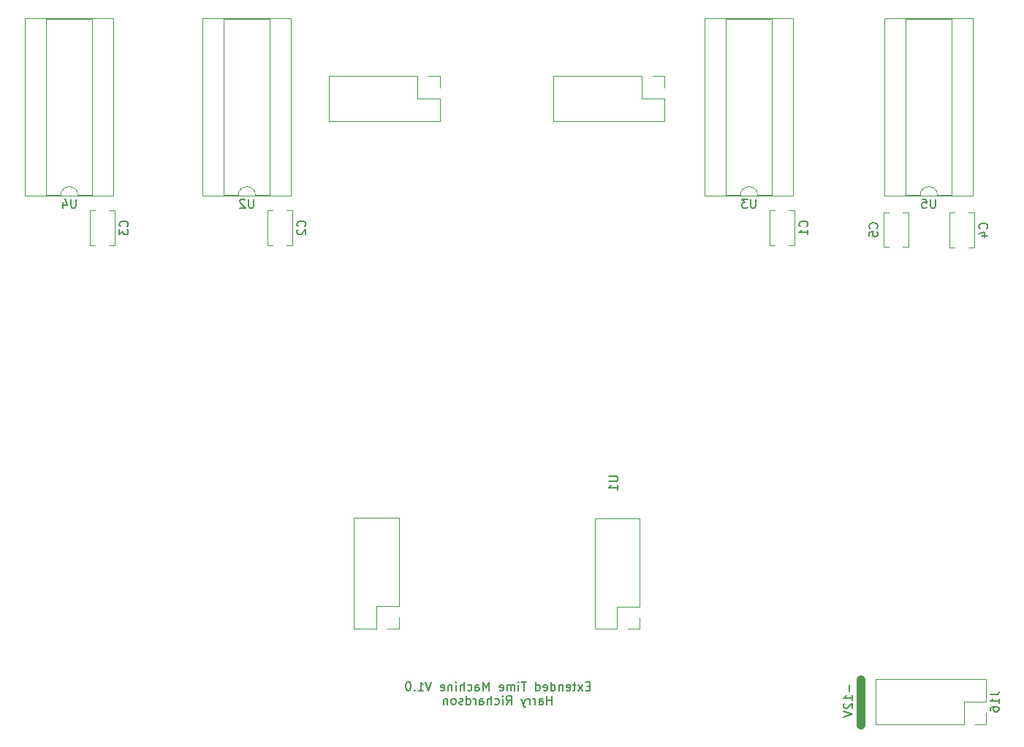
<source format=gbr>
G04 #@! TF.GenerationSoftware,KiCad,Pcbnew,8.0.5*
G04 #@! TF.CreationDate,2025-03-10T19:08:07-07:00*
G04 #@! TF.ProjectId,Tap-O-Matic,5461702d-4f2d-44d6-9174-69632e6b6963,rev?*
G04 #@! TF.SameCoordinates,Original*
G04 #@! TF.FileFunction,Legend,Bot*
G04 #@! TF.FilePolarity,Positive*
%FSLAX46Y46*%
G04 Gerber Fmt 4.6, Leading zero omitted, Abs format (unit mm)*
G04 Created by KiCad (PCBNEW 8.0.5) date 2025-03-10 19:08:07*
%MOMM*%
%LPD*%
G01*
G04 APERTURE LIST*
%ADD10C,1.000000*%
%ADD11C,0.150000*%
%ADD12C,0.120000*%
G04 APERTURE END LIST*
D10*
X102417880Y6146800D02*
X102417880Y11353800D01*
D11*
X101003306Y10748424D02*
X101003306Y9986520D01*
X101384259Y8986520D02*
X101384259Y9557948D01*
X101384259Y9272234D02*
X100384259Y9272234D01*
X100384259Y9272234D02*
X100527116Y9367472D01*
X100527116Y9367472D02*
X100622354Y9462710D01*
X100622354Y9462710D02*
X100669973Y9557948D01*
X100479497Y8605567D02*
X100431878Y8557948D01*
X100431878Y8557948D02*
X100384259Y8462710D01*
X100384259Y8462710D02*
X100384259Y8224615D01*
X100384259Y8224615D02*
X100431878Y8129377D01*
X100431878Y8129377D02*
X100479497Y8081758D01*
X100479497Y8081758D02*
X100574735Y8034139D01*
X100574735Y8034139D02*
X100669973Y8034139D01*
X100669973Y8034139D02*
X100812830Y8081758D01*
X100812830Y8081758D02*
X101384259Y8653186D01*
X101384259Y8653186D02*
X101384259Y8034139D01*
X100384259Y7748424D02*
X101384259Y7415091D01*
X101384259Y7415091D02*
X100384259Y7081758D01*
X70944047Y10652962D02*
X70610714Y10652962D01*
X70467857Y10129152D02*
X70944047Y10129152D01*
X70944047Y10129152D02*
X70944047Y11129152D01*
X70944047Y11129152D02*
X70467857Y11129152D01*
X70134523Y10129152D02*
X69610714Y10795819D01*
X70134523Y10795819D02*
X69610714Y10129152D01*
X69372618Y10795819D02*
X68991666Y10795819D01*
X69229761Y11129152D02*
X69229761Y10272010D01*
X69229761Y10272010D02*
X69182142Y10176772D01*
X69182142Y10176772D02*
X69086904Y10129152D01*
X69086904Y10129152D02*
X68991666Y10129152D01*
X68277380Y10176772D02*
X68372618Y10129152D01*
X68372618Y10129152D02*
X68563094Y10129152D01*
X68563094Y10129152D02*
X68658332Y10176772D01*
X68658332Y10176772D02*
X68705951Y10272010D01*
X68705951Y10272010D02*
X68705951Y10652962D01*
X68705951Y10652962D02*
X68658332Y10748200D01*
X68658332Y10748200D02*
X68563094Y10795819D01*
X68563094Y10795819D02*
X68372618Y10795819D01*
X68372618Y10795819D02*
X68277380Y10748200D01*
X68277380Y10748200D02*
X68229761Y10652962D01*
X68229761Y10652962D02*
X68229761Y10557724D01*
X68229761Y10557724D02*
X68705951Y10462486D01*
X67801189Y10795819D02*
X67801189Y10129152D01*
X67801189Y10700581D02*
X67753570Y10748200D01*
X67753570Y10748200D02*
X67658332Y10795819D01*
X67658332Y10795819D02*
X67515475Y10795819D01*
X67515475Y10795819D02*
X67420237Y10748200D01*
X67420237Y10748200D02*
X67372618Y10652962D01*
X67372618Y10652962D02*
X67372618Y10129152D01*
X66467856Y10129152D02*
X66467856Y11129152D01*
X66467856Y10176772D02*
X66563094Y10129152D01*
X66563094Y10129152D02*
X66753570Y10129152D01*
X66753570Y10129152D02*
X66848808Y10176772D01*
X66848808Y10176772D02*
X66896427Y10224391D01*
X66896427Y10224391D02*
X66944046Y10319629D01*
X66944046Y10319629D02*
X66944046Y10605343D01*
X66944046Y10605343D02*
X66896427Y10700581D01*
X66896427Y10700581D02*
X66848808Y10748200D01*
X66848808Y10748200D02*
X66753570Y10795819D01*
X66753570Y10795819D02*
X66563094Y10795819D01*
X66563094Y10795819D02*
X66467856Y10748200D01*
X65610713Y10176772D02*
X65705951Y10129152D01*
X65705951Y10129152D02*
X65896427Y10129152D01*
X65896427Y10129152D02*
X65991665Y10176772D01*
X65991665Y10176772D02*
X66039284Y10272010D01*
X66039284Y10272010D02*
X66039284Y10652962D01*
X66039284Y10652962D02*
X65991665Y10748200D01*
X65991665Y10748200D02*
X65896427Y10795819D01*
X65896427Y10795819D02*
X65705951Y10795819D01*
X65705951Y10795819D02*
X65610713Y10748200D01*
X65610713Y10748200D02*
X65563094Y10652962D01*
X65563094Y10652962D02*
X65563094Y10557724D01*
X65563094Y10557724D02*
X66039284Y10462486D01*
X64705951Y10129152D02*
X64705951Y11129152D01*
X64705951Y10176772D02*
X64801189Y10129152D01*
X64801189Y10129152D02*
X64991665Y10129152D01*
X64991665Y10129152D02*
X65086903Y10176772D01*
X65086903Y10176772D02*
X65134522Y10224391D01*
X65134522Y10224391D02*
X65182141Y10319629D01*
X65182141Y10319629D02*
X65182141Y10605343D01*
X65182141Y10605343D02*
X65134522Y10700581D01*
X65134522Y10700581D02*
X65086903Y10748200D01*
X65086903Y10748200D02*
X64991665Y10795819D01*
X64991665Y10795819D02*
X64801189Y10795819D01*
X64801189Y10795819D02*
X64705951Y10748200D01*
X63610712Y11129152D02*
X63039284Y11129152D01*
X63324998Y10129152D02*
X63324998Y11129152D01*
X62705950Y10129152D02*
X62705950Y10795819D01*
X62705950Y11129152D02*
X62753569Y11081533D01*
X62753569Y11081533D02*
X62705950Y11033914D01*
X62705950Y11033914D02*
X62658331Y11081533D01*
X62658331Y11081533D02*
X62705950Y11129152D01*
X62705950Y11129152D02*
X62705950Y11033914D01*
X62229760Y10129152D02*
X62229760Y10795819D01*
X62229760Y10700581D02*
X62182141Y10748200D01*
X62182141Y10748200D02*
X62086903Y10795819D01*
X62086903Y10795819D02*
X61944046Y10795819D01*
X61944046Y10795819D02*
X61848808Y10748200D01*
X61848808Y10748200D02*
X61801189Y10652962D01*
X61801189Y10652962D02*
X61801189Y10129152D01*
X61801189Y10652962D02*
X61753570Y10748200D01*
X61753570Y10748200D02*
X61658332Y10795819D01*
X61658332Y10795819D02*
X61515475Y10795819D01*
X61515475Y10795819D02*
X61420236Y10748200D01*
X61420236Y10748200D02*
X61372617Y10652962D01*
X61372617Y10652962D02*
X61372617Y10129152D01*
X60515475Y10176772D02*
X60610713Y10129152D01*
X60610713Y10129152D02*
X60801189Y10129152D01*
X60801189Y10129152D02*
X60896427Y10176772D01*
X60896427Y10176772D02*
X60944046Y10272010D01*
X60944046Y10272010D02*
X60944046Y10652962D01*
X60944046Y10652962D02*
X60896427Y10748200D01*
X60896427Y10748200D02*
X60801189Y10795819D01*
X60801189Y10795819D02*
X60610713Y10795819D01*
X60610713Y10795819D02*
X60515475Y10748200D01*
X60515475Y10748200D02*
X60467856Y10652962D01*
X60467856Y10652962D02*
X60467856Y10557724D01*
X60467856Y10557724D02*
X60944046Y10462486D01*
X59277379Y10129152D02*
X59277379Y11129152D01*
X59277379Y11129152D02*
X58944046Y10414867D01*
X58944046Y10414867D02*
X58610713Y11129152D01*
X58610713Y11129152D02*
X58610713Y10129152D01*
X57705951Y10129152D02*
X57705951Y10652962D01*
X57705951Y10652962D02*
X57753570Y10748200D01*
X57753570Y10748200D02*
X57848808Y10795819D01*
X57848808Y10795819D02*
X58039284Y10795819D01*
X58039284Y10795819D02*
X58134522Y10748200D01*
X57705951Y10176772D02*
X57801189Y10129152D01*
X57801189Y10129152D02*
X58039284Y10129152D01*
X58039284Y10129152D02*
X58134522Y10176772D01*
X58134522Y10176772D02*
X58182141Y10272010D01*
X58182141Y10272010D02*
X58182141Y10367248D01*
X58182141Y10367248D02*
X58134522Y10462486D01*
X58134522Y10462486D02*
X58039284Y10510105D01*
X58039284Y10510105D02*
X57801189Y10510105D01*
X57801189Y10510105D02*
X57705951Y10557724D01*
X56801189Y10176772D02*
X56896427Y10129152D01*
X56896427Y10129152D02*
X57086903Y10129152D01*
X57086903Y10129152D02*
X57182141Y10176772D01*
X57182141Y10176772D02*
X57229760Y10224391D01*
X57229760Y10224391D02*
X57277379Y10319629D01*
X57277379Y10319629D02*
X57277379Y10605343D01*
X57277379Y10605343D02*
X57229760Y10700581D01*
X57229760Y10700581D02*
X57182141Y10748200D01*
X57182141Y10748200D02*
X57086903Y10795819D01*
X57086903Y10795819D02*
X56896427Y10795819D01*
X56896427Y10795819D02*
X56801189Y10748200D01*
X56372617Y10129152D02*
X56372617Y11129152D01*
X55944046Y10129152D02*
X55944046Y10652962D01*
X55944046Y10652962D02*
X55991665Y10748200D01*
X55991665Y10748200D02*
X56086903Y10795819D01*
X56086903Y10795819D02*
X56229760Y10795819D01*
X56229760Y10795819D02*
X56324998Y10748200D01*
X56324998Y10748200D02*
X56372617Y10700581D01*
X55467855Y10129152D02*
X55467855Y10795819D01*
X55467855Y11129152D02*
X55515474Y11081533D01*
X55515474Y11081533D02*
X55467855Y11033914D01*
X55467855Y11033914D02*
X55420236Y11081533D01*
X55420236Y11081533D02*
X55467855Y11129152D01*
X55467855Y11129152D02*
X55467855Y11033914D01*
X54991665Y10795819D02*
X54991665Y10129152D01*
X54991665Y10700581D02*
X54944046Y10748200D01*
X54944046Y10748200D02*
X54848808Y10795819D01*
X54848808Y10795819D02*
X54705951Y10795819D01*
X54705951Y10795819D02*
X54610713Y10748200D01*
X54610713Y10748200D02*
X54563094Y10652962D01*
X54563094Y10652962D02*
X54563094Y10129152D01*
X53705951Y10176772D02*
X53801189Y10129152D01*
X53801189Y10129152D02*
X53991665Y10129152D01*
X53991665Y10129152D02*
X54086903Y10176772D01*
X54086903Y10176772D02*
X54134522Y10272010D01*
X54134522Y10272010D02*
X54134522Y10652962D01*
X54134522Y10652962D02*
X54086903Y10748200D01*
X54086903Y10748200D02*
X53991665Y10795819D01*
X53991665Y10795819D02*
X53801189Y10795819D01*
X53801189Y10795819D02*
X53705951Y10748200D01*
X53705951Y10748200D02*
X53658332Y10652962D01*
X53658332Y10652962D02*
X53658332Y10557724D01*
X53658332Y10557724D02*
X54134522Y10462486D01*
X52610712Y11129152D02*
X52277379Y10129152D01*
X52277379Y10129152D02*
X51944046Y11129152D01*
X51086903Y10129152D02*
X51658331Y10129152D01*
X51372617Y10129152D02*
X51372617Y11129152D01*
X51372617Y11129152D02*
X51467855Y10986295D01*
X51467855Y10986295D02*
X51563093Y10891057D01*
X51563093Y10891057D02*
X51658331Y10843438D01*
X50658331Y10224391D02*
X50610712Y10176772D01*
X50610712Y10176772D02*
X50658331Y10129152D01*
X50658331Y10129152D02*
X50705950Y10176772D01*
X50705950Y10176772D02*
X50658331Y10224391D01*
X50658331Y10224391D02*
X50658331Y10129152D01*
X49991665Y11129152D02*
X49896427Y11129152D01*
X49896427Y11129152D02*
X49801189Y11081533D01*
X49801189Y11081533D02*
X49753570Y11033914D01*
X49753570Y11033914D02*
X49705951Y10938676D01*
X49705951Y10938676D02*
X49658332Y10748200D01*
X49658332Y10748200D02*
X49658332Y10510105D01*
X49658332Y10510105D02*
X49705951Y10319629D01*
X49705951Y10319629D02*
X49753570Y10224391D01*
X49753570Y10224391D02*
X49801189Y10176772D01*
X49801189Y10176772D02*
X49896427Y10129152D01*
X49896427Y10129152D02*
X49991665Y10129152D01*
X49991665Y10129152D02*
X50086903Y10176772D01*
X50086903Y10176772D02*
X50134522Y10224391D01*
X50134522Y10224391D02*
X50182141Y10319629D01*
X50182141Y10319629D02*
X50229760Y10510105D01*
X50229760Y10510105D02*
X50229760Y10748200D01*
X50229760Y10748200D02*
X50182141Y10938676D01*
X50182141Y10938676D02*
X50134522Y11033914D01*
X50134522Y11033914D02*
X50086903Y11081533D01*
X50086903Y11081533D02*
X49991665Y11129152D01*
X66586905Y8519208D02*
X66586905Y9519208D01*
X66586905Y9043018D02*
X66015477Y9043018D01*
X66015477Y8519208D02*
X66015477Y9519208D01*
X65110715Y8519208D02*
X65110715Y9043018D01*
X65110715Y9043018D02*
X65158334Y9138256D01*
X65158334Y9138256D02*
X65253572Y9185875D01*
X65253572Y9185875D02*
X65444048Y9185875D01*
X65444048Y9185875D02*
X65539286Y9138256D01*
X65110715Y8566828D02*
X65205953Y8519208D01*
X65205953Y8519208D02*
X65444048Y8519208D01*
X65444048Y8519208D02*
X65539286Y8566828D01*
X65539286Y8566828D02*
X65586905Y8662066D01*
X65586905Y8662066D02*
X65586905Y8757304D01*
X65586905Y8757304D02*
X65539286Y8852542D01*
X65539286Y8852542D02*
X65444048Y8900161D01*
X65444048Y8900161D02*
X65205953Y8900161D01*
X65205953Y8900161D02*
X65110715Y8947780D01*
X64634524Y8519208D02*
X64634524Y9185875D01*
X64634524Y8995399D02*
X64586905Y9090637D01*
X64586905Y9090637D02*
X64539286Y9138256D01*
X64539286Y9138256D02*
X64444048Y9185875D01*
X64444048Y9185875D02*
X64348810Y9185875D01*
X64015476Y8519208D02*
X64015476Y9185875D01*
X64015476Y8995399D02*
X63967857Y9090637D01*
X63967857Y9090637D02*
X63920238Y9138256D01*
X63920238Y9138256D02*
X63825000Y9185875D01*
X63825000Y9185875D02*
X63729762Y9185875D01*
X63491666Y9185875D02*
X63253571Y8519208D01*
X63015476Y9185875D02*
X63253571Y8519208D01*
X63253571Y8519208D02*
X63348809Y8281113D01*
X63348809Y8281113D02*
X63396428Y8233494D01*
X63396428Y8233494D02*
X63491666Y8185875D01*
X61301190Y8519208D02*
X61634523Y8995399D01*
X61872618Y8519208D02*
X61872618Y9519208D01*
X61872618Y9519208D02*
X61491666Y9519208D01*
X61491666Y9519208D02*
X61396428Y9471589D01*
X61396428Y9471589D02*
X61348809Y9423970D01*
X61348809Y9423970D02*
X61301190Y9328732D01*
X61301190Y9328732D02*
X61301190Y9185875D01*
X61301190Y9185875D02*
X61348809Y9090637D01*
X61348809Y9090637D02*
X61396428Y9043018D01*
X61396428Y9043018D02*
X61491666Y8995399D01*
X61491666Y8995399D02*
X61872618Y8995399D01*
X60872618Y8519208D02*
X60872618Y9185875D01*
X60872618Y9519208D02*
X60920237Y9471589D01*
X60920237Y9471589D02*
X60872618Y9423970D01*
X60872618Y9423970D02*
X60824999Y9471589D01*
X60824999Y9471589D02*
X60872618Y9519208D01*
X60872618Y9519208D02*
X60872618Y9423970D01*
X59967857Y8566828D02*
X60063095Y8519208D01*
X60063095Y8519208D02*
X60253571Y8519208D01*
X60253571Y8519208D02*
X60348809Y8566828D01*
X60348809Y8566828D02*
X60396428Y8614447D01*
X60396428Y8614447D02*
X60444047Y8709685D01*
X60444047Y8709685D02*
X60444047Y8995399D01*
X60444047Y8995399D02*
X60396428Y9090637D01*
X60396428Y9090637D02*
X60348809Y9138256D01*
X60348809Y9138256D02*
X60253571Y9185875D01*
X60253571Y9185875D02*
X60063095Y9185875D01*
X60063095Y9185875D02*
X59967857Y9138256D01*
X59539285Y8519208D02*
X59539285Y9519208D01*
X59110714Y8519208D02*
X59110714Y9043018D01*
X59110714Y9043018D02*
X59158333Y9138256D01*
X59158333Y9138256D02*
X59253571Y9185875D01*
X59253571Y9185875D02*
X59396428Y9185875D01*
X59396428Y9185875D02*
X59491666Y9138256D01*
X59491666Y9138256D02*
X59539285Y9090637D01*
X58205952Y8519208D02*
X58205952Y9043018D01*
X58205952Y9043018D02*
X58253571Y9138256D01*
X58253571Y9138256D02*
X58348809Y9185875D01*
X58348809Y9185875D02*
X58539285Y9185875D01*
X58539285Y9185875D02*
X58634523Y9138256D01*
X58205952Y8566828D02*
X58301190Y8519208D01*
X58301190Y8519208D02*
X58539285Y8519208D01*
X58539285Y8519208D02*
X58634523Y8566828D01*
X58634523Y8566828D02*
X58682142Y8662066D01*
X58682142Y8662066D02*
X58682142Y8757304D01*
X58682142Y8757304D02*
X58634523Y8852542D01*
X58634523Y8852542D02*
X58539285Y8900161D01*
X58539285Y8900161D02*
X58301190Y8900161D01*
X58301190Y8900161D02*
X58205952Y8947780D01*
X57729761Y8519208D02*
X57729761Y9185875D01*
X57729761Y8995399D02*
X57682142Y9090637D01*
X57682142Y9090637D02*
X57634523Y9138256D01*
X57634523Y9138256D02*
X57539285Y9185875D01*
X57539285Y9185875D02*
X57444047Y9185875D01*
X56682142Y8519208D02*
X56682142Y9519208D01*
X56682142Y8566828D02*
X56777380Y8519208D01*
X56777380Y8519208D02*
X56967856Y8519208D01*
X56967856Y8519208D02*
X57063094Y8566828D01*
X57063094Y8566828D02*
X57110713Y8614447D01*
X57110713Y8614447D02*
X57158332Y8709685D01*
X57158332Y8709685D02*
X57158332Y8995399D01*
X57158332Y8995399D02*
X57110713Y9090637D01*
X57110713Y9090637D02*
X57063094Y9138256D01*
X57063094Y9138256D02*
X56967856Y9185875D01*
X56967856Y9185875D02*
X56777380Y9185875D01*
X56777380Y9185875D02*
X56682142Y9138256D01*
X56253570Y8566828D02*
X56158332Y8519208D01*
X56158332Y8519208D02*
X55967856Y8519208D01*
X55967856Y8519208D02*
X55872618Y8566828D01*
X55872618Y8566828D02*
X55824999Y8662066D01*
X55824999Y8662066D02*
X55824999Y8709685D01*
X55824999Y8709685D02*
X55872618Y8804923D01*
X55872618Y8804923D02*
X55967856Y8852542D01*
X55967856Y8852542D02*
X56110713Y8852542D01*
X56110713Y8852542D02*
X56205951Y8900161D01*
X56205951Y8900161D02*
X56253570Y8995399D01*
X56253570Y8995399D02*
X56253570Y9043018D01*
X56253570Y9043018D02*
X56205951Y9138256D01*
X56205951Y9138256D02*
X56110713Y9185875D01*
X56110713Y9185875D02*
X55967856Y9185875D01*
X55967856Y9185875D02*
X55872618Y9138256D01*
X55253570Y8519208D02*
X55348808Y8566828D01*
X55348808Y8566828D02*
X55396427Y8614447D01*
X55396427Y8614447D02*
X55444046Y8709685D01*
X55444046Y8709685D02*
X55444046Y8995399D01*
X55444046Y8995399D02*
X55396427Y9090637D01*
X55396427Y9090637D02*
X55348808Y9138256D01*
X55348808Y9138256D02*
X55253570Y9185875D01*
X55253570Y9185875D02*
X55110713Y9185875D01*
X55110713Y9185875D02*
X55015475Y9138256D01*
X55015475Y9138256D02*
X54967856Y9090637D01*
X54967856Y9090637D02*
X54920237Y8995399D01*
X54920237Y8995399D02*
X54920237Y8709685D01*
X54920237Y8709685D02*
X54967856Y8614447D01*
X54967856Y8614447D02*
X55015475Y8566828D01*
X55015475Y8566828D02*
X55110713Y8519208D01*
X55110713Y8519208D02*
X55253570Y8519208D01*
X54491665Y9185875D02*
X54491665Y8519208D01*
X54491665Y9090637D02*
X54444046Y9138256D01*
X54444046Y9138256D02*
X54348808Y9185875D01*
X54348808Y9185875D02*
X54205951Y9185875D01*
X54205951Y9185875D02*
X54110713Y9138256D01*
X54110713Y9138256D02*
X54063094Y9043018D01*
X54063094Y9043018D02*
X54063094Y8519208D01*
X73202819Y34965304D02*
X74012342Y34965304D01*
X74012342Y34965304D02*
X74107580Y34917685D01*
X74107580Y34917685D02*
X74155200Y34870066D01*
X74155200Y34870066D02*
X74202819Y34774828D01*
X74202819Y34774828D02*
X74202819Y34584352D01*
X74202819Y34584352D02*
X74155200Y34489114D01*
X74155200Y34489114D02*
X74107580Y34441495D01*
X74107580Y34441495D02*
X74012342Y34393876D01*
X74012342Y34393876D02*
X73202819Y34393876D01*
X74202819Y33393876D02*
X74202819Y33965304D01*
X74202819Y33679590D02*
X73202819Y33679590D01*
X73202819Y33679590D02*
X73345676Y33774828D01*
X73345676Y33774828D02*
X73440914Y33870066D01*
X73440914Y33870066D02*
X73488533Y33965304D01*
X104235580Y63737466D02*
X104283200Y63785085D01*
X104283200Y63785085D02*
X104330819Y63927942D01*
X104330819Y63927942D02*
X104330819Y64023180D01*
X104330819Y64023180D02*
X104283200Y64166037D01*
X104283200Y64166037D02*
X104187961Y64261275D01*
X104187961Y64261275D02*
X104092723Y64308894D01*
X104092723Y64308894D02*
X103902247Y64356513D01*
X103902247Y64356513D02*
X103759390Y64356513D01*
X103759390Y64356513D02*
X103568914Y64308894D01*
X103568914Y64308894D02*
X103473676Y64261275D01*
X103473676Y64261275D02*
X103378438Y64166037D01*
X103378438Y64166037D02*
X103330819Y64023180D01*
X103330819Y64023180D02*
X103330819Y63927942D01*
X103330819Y63927942D02*
X103378438Y63785085D01*
X103378438Y63785085D02*
X103426057Y63737466D01*
X103330819Y62832704D02*
X103330819Y63308894D01*
X103330819Y63308894D02*
X103807009Y63356513D01*
X103807009Y63356513D02*
X103759390Y63308894D01*
X103759390Y63308894D02*
X103711771Y63213656D01*
X103711771Y63213656D02*
X103711771Y62975561D01*
X103711771Y62975561D02*
X103759390Y62880323D01*
X103759390Y62880323D02*
X103807009Y62832704D01*
X103807009Y62832704D02*
X103902247Y62785085D01*
X103902247Y62785085D02*
X104140342Y62785085D01*
X104140342Y62785085D02*
X104235580Y62832704D01*
X104235580Y62832704D02*
X104283200Y62880323D01*
X104283200Y62880323D02*
X104330819Y62975561D01*
X104330819Y62975561D02*
X104330819Y63213656D01*
X104330819Y63213656D02*
X104283200Y63308894D01*
X104283200Y63308894D02*
X104235580Y63356513D01*
X116955580Y63697466D02*
X117003200Y63745085D01*
X117003200Y63745085D02*
X117050819Y63887942D01*
X117050819Y63887942D02*
X117050819Y63983180D01*
X117050819Y63983180D02*
X117003200Y64126037D01*
X117003200Y64126037D02*
X116907961Y64221275D01*
X116907961Y64221275D02*
X116812723Y64268894D01*
X116812723Y64268894D02*
X116622247Y64316513D01*
X116622247Y64316513D02*
X116479390Y64316513D01*
X116479390Y64316513D02*
X116288914Y64268894D01*
X116288914Y64268894D02*
X116193676Y64221275D01*
X116193676Y64221275D02*
X116098438Y64126037D01*
X116098438Y64126037D02*
X116050819Y63983180D01*
X116050819Y63983180D02*
X116050819Y63887942D01*
X116050819Y63887942D02*
X116098438Y63745085D01*
X116098438Y63745085D02*
X116146057Y63697466D01*
X116384152Y62840323D02*
X117050819Y62840323D01*
X116003200Y63078418D02*
X116717485Y63316513D01*
X116717485Y63316513D02*
X116717485Y62697466D01*
X17387580Y63951466D02*
X17435200Y63999085D01*
X17435200Y63999085D02*
X17482819Y64141942D01*
X17482819Y64141942D02*
X17482819Y64237180D01*
X17482819Y64237180D02*
X17435200Y64380037D01*
X17435200Y64380037D02*
X17339961Y64475275D01*
X17339961Y64475275D02*
X17244723Y64522894D01*
X17244723Y64522894D02*
X17054247Y64570513D01*
X17054247Y64570513D02*
X16911390Y64570513D01*
X16911390Y64570513D02*
X16720914Y64522894D01*
X16720914Y64522894D02*
X16625676Y64475275D01*
X16625676Y64475275D02*
X16530438Y64380037D01*
X16530438Y64380037D02*
X16482819Y64237180D01*
X16482819Y64237180D02*
X16482819Y64141942D01*
X16482819Y64141942D02*
X16530438Y63999085D01*
X16530438Y63999085D02*
X16578057Y63951466D01*
X16482819Y63618132D02*
X16482819Y62999085D01*
X16482819Y62999085D02*
X16863771Y63332418D01*
X16863771Y63332418D02*
X16863771Y63189561D01*
X16863771Y63189561D02*
X16911390Y63094323D01*
X16911390Y63094323D02*
X16959009Y63046704D01*
X16959009Y63046704D02*
X17054247Y62999085D01*
X17054247Y62999085D02*
X17292342Y62999085D01*
X17292342Y62999085D02*
X17387580Y63046704D01*
X17387580Y63046704D02*
X17435200Y63094323D01*
X17435200Y63094323D02*
X17482819Y63189561D01*
X17482819Y63189561D02*
X17482819Y63475275D01*
X17482819Y63475275D02*
X17435200Y63570513D01*
X17435200Y63570513D02*
X17387580Y63618132D01*
X37961580Y63951466D02*
X38009200Y63999085D01*
X38009200Y63999085D02*
X38056819Y64141942D01*
X38056819Y64141942D02*
X38056819Y64237180D01*
X38056819Y64237180D02*
X38009200Y64380037D01*
X38009200Y64380037D02*
X37913961Y64475275D01*
X37913961Y64475275D02*
X37818723Y64522894D01*
X37818723Y64522894D02*
X37628247Y64570513D01*
X37628247Y64570513D02*
X37485390Y64570513D01*
X37485390Y64570513D02*
X37294914Y64522894D01*
X37294914Y64522894D02*
X37199676Y64475275D01*
X37199676Y64475275D02*
X37104438Y64380037D01*
X37104438Y64380037D02*
X37056819Y64237180D01*
X37056819Y64237180D02*
X37056819Y64141942D01*
X37056819Y64141942D02*
X37104438Y63999085D01*
X37104438Y63999085D02*
X37152057Y63951466D01*
X37152057Y63570513D02*
X37104438Y63522894D01*
X37104438Y63522894D02*
X37056819Y63427656D01*
X37056819Y63427656D02*
X37056819Y63189561D01*
X37056819Y63189561D02*
X37104438Y63094323D01*
X37104438Y63094323D02*
X37152057Y63046704D01*
X37152057Y63046704D02*
X37247295Y62999085D01*
X37247295Y62999085D02*
X37342533Y62999085D01*
X37342533Y62999085D02*
X37485390Y63046704D01*
X37485390Y63046704D02*
X38056819Y63618132D01*
X38056819Y63618132D02*
X38056819Y62999085D01*
X96127580Y63951466D02*
X96175200Y63999085D01*
X96175200Y63999085D02*
X96222819Y64141942D01*
X96222819Y64141942D02*
X96222819Y64237180D01*
X96222819Y64237180D02*
X96175200Y64380037D01*
X96175200Y64380037D02*
X96079961Y64475275D01*
X96079961Y64475275D02*
X95984723Y64522894D01*
X95984723Y64522894D02*
X95794247Y64570513D01*
X95794247Y64570513D02*
X95651390Y64570513D01*
X95651390Y64570513D02*
X95460914Y64522894D01*
X95460914Y64522894D02*
X95365676Y64475275D01*
X95365676Y64475275D02*
X95270438Y64380037D01*
X95270438Y64380037D02*
X95222819Y64237180D01*
X95222819Y64237180D02*
X95222819Y64141942D01*
X95222819Y64141942D02*
X95270438Y63999085D01*
X95270438Y63999085D02*
X95318057Y63951466D01*
X96222819Y62999085D02*
X96222819Y63570513D01*
X96222819Y63284799D02*
X95222819Y63284799D01*
X95222819Y63284799D02*
X95365676Y63380037D01*
X95365676Y63380037D02*
X95460914Y63475275D01*
X95460914Y63475275D02*
X95508533Y63570513D01*
X117344659Y9638563D02*
X118058944Y9638563D01*
X118058944Y9638563D02*
X118201801Y9686182D01*
X118201801Y9686182D02*
X118297040Y9781420D01*
X118297040Y9781420D02*
X118344659Y9924277D01*
X118344659Y9924277D02*
X118344659Y10019515D01*
X118344659Y8638563D02*
X118344659Y9209991D01*
X118344659Y8924277D02*
X117344659Y8924277D01*
X117344659Y8924277D02*
X117487516Y9019515D01*
X117487516Y9019515D02*
X117582754Y9114753D01*
X117582754Y9114753D02*
X117630373Y9209991D01*
X117344659Y7781420D02*
X117344659Y7971896D01*
X117344659Y7971896D02*
X117392278Y8067134D01*
X117392278Y8067134D02*
X117439897Y8114753D01*
X117439897Y8114753D02*
X117582754Y8209991D01*
X117582754Y8209991D02*
X117773230Y8257610D01*
X117773230Y8257610D02*
X118154182Y8257610D01*
X118154182Y8257610D02*
X118249420Y8209991D01*
X118249420Y8209991D02*
X118297040Y8162372D01*
X118297040Y8162372D02*
X118344659Y8067134D01*
X118344659Y8067134D02*
X118344659Y7876658D01*
X118344659Y7876658D02*
X118297040Y7781420D01*
X118297040Y7781420D02*
X118249420Y7733801D01*
X118249420Y7733801D02*
X118154182Y7686182D01*
X118154182Y7686182D02*
X117916087Y7686182D01*
X117916087Y7686182D02*
X117820849Y7733801D01*
X117820849Y7733801D02*
X117773230Y7781420D01*
X117773230Y7781420D02*
X117725611Y7876658D01*
X117725611Y7876658D02*
X117725611Y8067134D01*
X117725611Y8067134D02*
X117773230Y8162372D01*
X117773230Y8162372D02*
X117820849Y8209991D01*
X117820849Y8209991D02*
X117916087Y8257610D01*
X110997904Y67099980D02*
X110997904Y66290457D01*
X110997904Y66290457D02*
X110950285Y66195219D01*
X110950285Y66195219D02*
X110902666Y66147600D01*
X110902666Y66147600D02*
X110807428Y66099980D01*
X110807428Y66099980D02*
X110616952Y66099980D01*
X110616952Y66099980D02*
X110521714Y66147600D01*
X110521714Y66147600D02*
X110474095Y66195219D01*
X110474095Y66195219D02*
X110426476Y66290457D01*
X110426476Y66290457D02*
X110426476Y67099980D01*
X109474095Y67099980D02*
X109950285Y67099980D01*
X109950285Y67099980D02*
X109997904Y66623790D01*
X109997904Y66623790D02*
X109950285Y66671409D01*
X109950285Y66671409D02*
X109855047Y66719028D01*
X109855047Y66719028D02*
X109616952Y66719028D01*
X109616952Y66719028D02*
X109521714Y66671409D01*
X109521714Y66671409D02*
X109474095Y66623790D01*
X109474095Y66623790D02*
X109426476Y66528552D01*
X109426476Y66528552D02*
X109426476Y66290457D01*
X109426476Y66290457D02*
X109474095Y66195219D01*
X109474095Y66195219D02*
X109521714Y66147600D01*
X109521714Y66147600D02*
X109616952Y66099980D01*
X109616952Y66099980D02*
X109855047Y66099980D01*
X109855047Y66099980D02*
X109950285Y66147600D01*
X109950285Y66147600D02*
X109997904Y66195219D01*
X11429904Y67099980D02*
X11429904Y66290457D01*
X11429904Y66290457D02*
X11382285Y66195219D01*
X11382285Y66195219D02*
X11334666Y66147600D01*
X11334666Y66147600D02*
X11239428Y66099980D01*
X11239428Y66099980D02*
X11048952Y66099980D01*
X11048952Y66099980D02*
X10953714Y66147600D01*
X10953714Y66147600D02*
X10906095Y66195219D01*
X10906095Y66195219D02*
X10858476Y66290457D01*
X10858476Y66290457D02*
X10858476Y67099980D01*
X9953714Y66766647D02*
X9953714Y66099980D01*
X10191809Y67147600D02*
X10429904Y66433314D01*
X10429904Y66433314D02*
X9810857Y66433314D01*
X90169904Y67099980D02*
X90169904Y66290457D01*
X90169904Y66290457D02*
X90122285Y66195219D01*
X90122285Y66195219D02*
X90074666Y66147600D01*
X90074666Y66147600D02*
X89979428Y66099980D01*
X89979428Y66099980D02*
X89788952Y66099980D01*
X89788952Y66099980D02*
X89693714Y66147600D01*
X89693714Y66147600D02*
X89646095Y66195219D01*
X89646095Y66195219D02*
X89598476Y66290457D01*
X89598476Y66290457D02*
X89598476Y67099980D01*
X89217523Y67099980D02*
X88598476Y67099980D01*
X88598476Y67099980D02*
X88931809Y66719028D01*
X88931809Y66719028D02*
X88788952Y66719028D01*
X88788952Y66719028D02*
X88693714Y66671409D01*
X88693714Y66671409D02*
X88646095Y66623790D01*
X88646095Y66623790D02*
X88598476Y66528552D01*
X88598476Y66528552D02*
X88598476Y66290457D01*
X88598476Y66290457D02*
X88646095Y66195219D01*
X88646095Y66195219D02*
X88693714Y66147600D01*
X88693714Y66147600D02*
X88788952Y66099980D01*
X88788952Y66099980D02*
X89074666Y66099980D01*
X89074666Y66099980D02*
X89169904Y66147600D01*
X89169904Y66147600D02*
X89217523Y66195219D01*
X32003904Y67099980D02*
X32003904Y66290457D01*
X32003904Y66290457D02*
X31956285Y66195219D01*
X31956285Y66195219D02*
X31908666Y66147600D01*
X31908666Y66147600D02*
X31813428Y66099980D01*
X31813428Y66099980D02*
X31622952Y66099980D01*
X31622952Y66099980D02*
X31527714Y66147600D01*
X31527714Y66147600D02*
X31480095Y66195219D01*
X31480095Y66195219D02*
X31432476Y66290457D01*
X31432476Y66290457D02*
X31432476Y67099980D01*
X31003904Y67004742D02*
X30956285Y67052361D01*
X30956285Y67052361D02*
X30861047Y67099980D01*
X30861047Y67099980D02*
X30622952Y67099980D01*
X30622952Y67099980D02*
X30527714Y67052361D01*
X30527714Y67052361D02*
X30480095Y67004742D01*
X30480095Y67004742D02*
X30432476Y66909504D01*
X30432476Y66909504D02*
X30432476Y66814266D01*
X30432476Y66814266D02*
X30480095Y66671409D01*
X30480095Y66671409D02*
X31051523Y66099980D01*
X31051523Y66099980D02*
X30432476Y66099980D01*
D12*
G04 #@! TO.C,U1*
X48853400Y17339000D02*
X47523400Y17339000D01*
X48853400Y18669000D02*
X48853400Y17339000D01*
X46253400Y17339000D02*
X43653400Y17339000D01*
X46253400Y19939000D02*
X46253400Y17339000D01*
X48853400Y19939000D02*
X46253400Y19939000D01*
X43653400Y17339000D02*
X43653400Y30159000D01*
X48853400Y19939000D02*
X48853400Y30159000D01*
X48853400Y30159000D02*
X43653400Y30159000D01*
X50990800Y81380000D02*
X40770800Y81380000D01*
X40770800Y81380000D02*
X40770800Y76180000D01*
X53590800Y78780000D02*
X53590800Y76180000D01*
X53590800Y81380000D02*
X53590800Y80050000D01*
X50990800Y81380000D02*
X50990800Y78780000D01*
X52260800Y81380000D02*
X53590800Y81380000D01*
X53590800Y76180000D02*
X40770800Y76180000D01*
X50990800Y78780000D02*
X53590800Y78780000D01*
X78257400Y81382800D02*
X79587400Y81382800D01*
X79587400Y78782800D02*
X79587400Y76182800D01*
X76987400Y78782800D02*
X79587400Y78782800D01*
X79587400Y76182800D02*
X66767400Y76182800D01*
X76987400Y81382800D02*
X66767400Y81382800D01*
X66767400Y81382800D02*
X66767400Y76182800D01*
X76987400Y81382800D02*
X76987400Y78782800D01*
X79587400Y81382800D02*
X79587400Y80052800D01*
X76740000Y18594800D02*
X76740000Y17264800D01*
X74140000Y17264800D02*
X71540000Y17264800D01*
X74140000Y19864800D02*
X74140000Y17264800D01*
X71540000Y17264800D02*
X71540000Y30084800D01*
X76740000Y19864800D02*
X76740000Y30084800D01*
X76740000Y30084800D02*
X71540000Y30084800D01*
X76740000Y19864800D02*
X74140000Y19864800D01*
X76740000Y17264800D02*
X75410000Y17264800D01*
G04 #@! TO.C,C5*
X107221000Y61550800D02*
X107846000Y61550800D01*
X105006000Y61550800D02*
X105631000Y61550800D01*
X107221000Y65590800D02*
X107846000Y65590800D01*
X105006000Y65590800D02*
X105631000Y65590800D01*
X107846000Y65590800D02*
X107846000Y61550800D01*
X105006000Y65590800D02*
X105006000Y61550800D01*
G04 #@! TO.C,C4*
X113251000Y65550800D02*
X112626000Y65550800D01*
X115466000Y65550800D02*
X114841000Y65550800D01*
X113251000Y61510800D02*
X112626000Y61510800D01*
X115466000Y61510800D02*
X114841000Y61510800D01*
X112626000Y61510800D02*
X112626000Y65550800D01*
X115466000Y61510800D02*
X115466000Y65550800D01*
G04 #@! TO.C,C3*
X13683000Y65804800D02*
X13058000Y65804800D01*
X15898000Y65804800D02*
X15273000Y65804800D01*
X13683000Y61764800D02*
X13058000Y61764800D01*
X15898000Y61764800D02*
X15273000Y61764800D01*
X13058000Y61764800D02*
X13058000Y65804800D01*
X15898000Y61764800D02*
X15898000Y65804800D01*
G04 #@! TO.C,C2*
X34257000Y65804800D02*
X33632000Y65804800D01*
X36472000Y65804800D02*
X35847000Y65804800D01*
X34257000Y61764800D02*
X33632000Y61764800D01*
X36472000Y61764800D02*
X35847000Y61764800D01*
X33632000Y61764800D02*
X33632000Y65804800D01*
X36472000Y61764800D02*
X36472000Y65804800D01*
G04 #@! TO.C,C1*
X92423000Y65804800D02*
X91798000Y65804800D01*
X94638000Y65804800D02*
X94013000Y65804800D01*
X92423000Y61764800D02*
X91798000Y61764800D01*
X94638000Y61764800D02*
X94013000Y61764800D01*
X91798000Y61764800D02*
X91798000Y65804800D01*
X94638000Y61764800D02*
X94638000Y65804800D01*
G04 #@! TO.C,J16*
X116889840Y6229040D02*
X116889840Y7559040D01*
X115559840Y6229040D02*
X116889840Y6229040D01*
X116889840Y8829040D02*
X116889840Y11429040D01*
X114289840Y8829040D02*
X116889840Y8829040D01*
X114289840Y6229040D02*
X114289840Y8829040D01*
X116889840Y11429040D02*
X104069840Y11429040D01*
X114289840Y6229040D02*
X104069840Y6229040D01*
X104069840Y6229040D02*
X104069840Y11429040D01*
G04 #@! TO.C,U5*
X115376000Y67494800D02*
X105096000Y67494800D01*
X115376000Y88054800D02*
X115376000Y67494800D01*
X105096000Y88054800D02*
X115376000Y88054800D01*
X105096000Y67494800D02*
X105096000Y88054800D01*
X112886000Y67554800D02*
X111236000Y67554800D01*
X112886000Y87994800D02*
X112886000Y67554800D01*
X107586000Y87994800D02*
X112886000Y87994800D01*
X107586000Y67554800D02*
X107586000Y87994800D01*
X109236000Y67554800D02*
X107586000Y67554800D01*
X109236000Y67554800D02*
G75*
G02*
X111236000Y67554800I1000000J0D01*
G01*
G04 #@! TO.C,U4*
X15808000Y67494800D02*
X5528000Y67494800D01*
X15808000Y88054800D02*
X15808000Y67494800D01*
X5528000Y88054800D02*
X15808000Y88054800D01*
X5528000Y67494800D02*
X5528000Y88054800D01*
X13318000Y67554800D02*
X11668000Y67554800D01*
X13318000Y87994800D02*
X13318000Y67554800D01*
X8018000Y87994800D02*
X13318000Y87994800D01*
X8018000Y67554800D02*
X8018000Y87994800D01*
X9668000Y67554800D02*
X8018000Y67554800D01*
X9668000Y67554800D02*
G75*
G02*
X11668000Y67554800I1000000J0D01*
G01*
G04 #@! TO.C,U3*
X94548000Y67494800D02*
X84268000Y67494800D01*
X94548000Y88054800D02*
X94548000Y67494800D01*
X84268000Y88054800D02*
X94548000Y88054800D01*
X84268000Y67494800D02*
X84268000Y88054800D01*
X92058000Y67554800D02*
X90408000Y67554800D01*
X92058000Y87994800D02*
X92058000Y67554800D01*
X86758000Y87994800D02*
X92058000Y87994800D01*
X86758000Y67554800D02*
X86758000Y87994800D01*
X88408000Y67554800D02*
X86758000Y67554800D01*
X88408000Y67554800D02*
G75*
G02*
X90408000Y67554800I1000000J0D01*
G01*
G04 #@! TO.C,U2*
X36382000Y67494800D02*
X26102000Y67494800D01*
X36382000Y88054800D02*
X36382000Y67494800D01*
X26102000Y88054800D02*
X36382000Y88054800D01*
X26102000Y67494800D02*
X26102000Y88054800D01*
X33892000Y67554800D02*
X32242000Y67554800D01*
X33892000Y87994800D02*
X33892000Y67554800D01*
X28592000Y87994800D02*
X33892000Y87994800D01*
X28592000Y67554800D02*
X28592000Y87994800D01*
X30242000Y67554800D02*
X28592000Y67554800D01*
X30242000Y67554800D02*
G75*
G02*
X32242000Y67554800I1000000J0D01*
G01*
G04 #@! TD*
M02*

</source>
